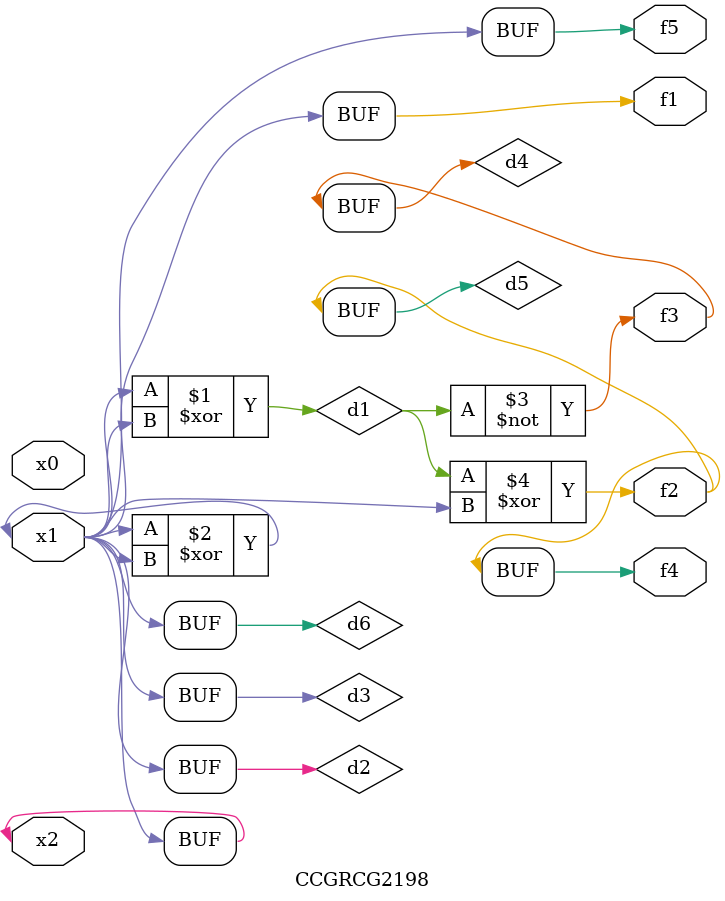
<source format=v>
module CCGRCG2198(
	input x0, x1, x2,
	output f1, f2, f3, f4, f5
);

	wire d1, d2, d3, d4, d5, d6;

	xor (d1, x1, x2);
	buf (d2, x1, x2);
	xor (d3, x1, x2);
	nor (d4, d1);
	xor (d5, d1, d2);
	buf (d6, d2, d3);
	assign f1 = d6;
	assign f2 = d5;
	assign f3 = d4;
	assign f4 = d5;
	assign f5 = d6;
endmodule

</source>
